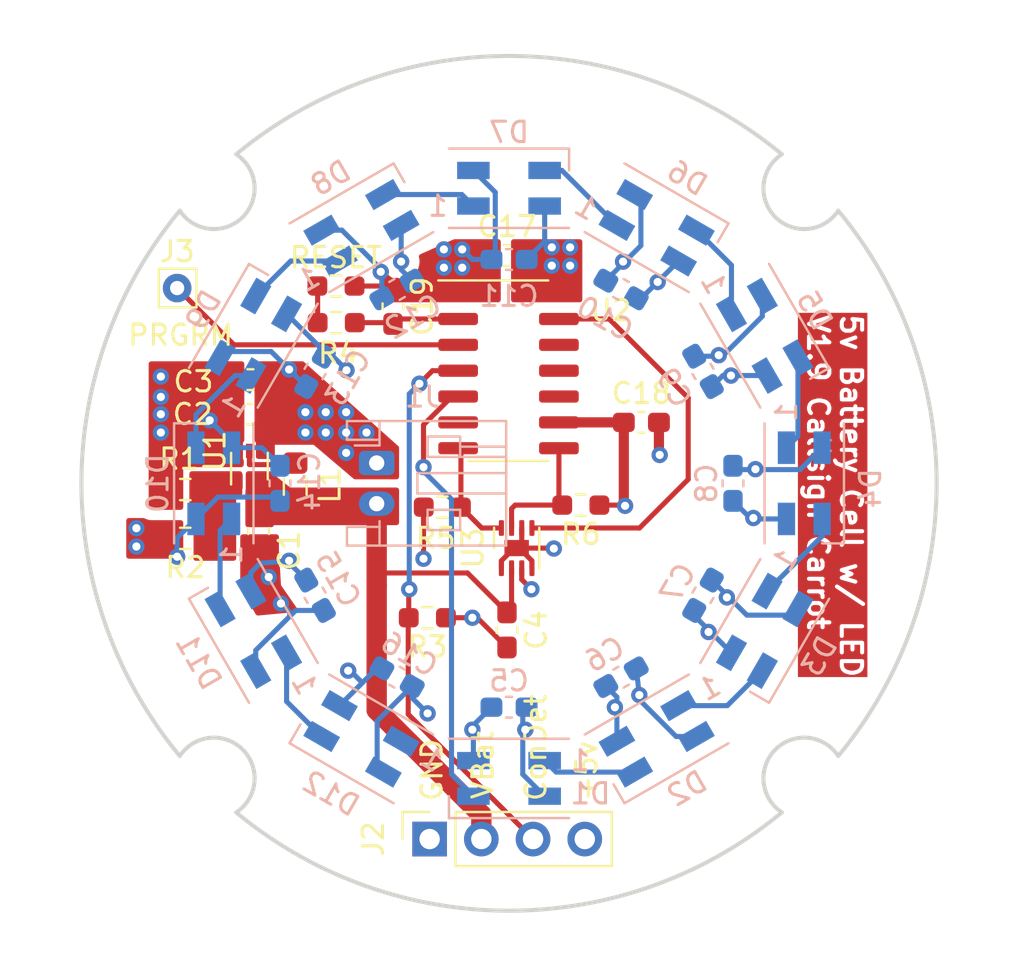
<source format=kicad_pcb>
(kicad_pcb (version 20221018) (generator pcbnew)
  (title_block (title "5v Battery Cell w/ Charge Indicator") (date "2023-03-16") (rev "V1.9") (company "Callsign_Carrot") (comment 1 "https://github.com/Callsign-Carrot/5v-Battery-Cell-w-Charge-Indicator"))
  (layers (0 "F.Cu" signal) (1 "In1.Cu" signal) (2 "In2.Cu" signal) (31 "B.Cu" signal) (34 "B.Paste" user) (35 "F.Paste" user) (36 "B.SilkS" user "B.Silkscreen") (37 "F.SilkS" user "F.Silkscreen") (38 "B.Mask" user) (39 "F.Mask" user) (44 "Edge.Cuts" user))
  (net 0 "")
  (net 1 "+5V")
  (net 2 "Vbat")
  (net 3 "GND")
  (net 4 "Net-(U1-FB)")
  (net 5 "Net-(U1-SW)")
  (net 6 "LEDControl")
  (net 7 "ConnectDetect")
  (net 8 "Net-(D1-DOUT)")
  (net 9 "Net-(D2-DOUT)")
  (net 10 "TopLeft")
  (net 11 "TopRight")
  (net 12 "Net-(D4-DOUT)")
  (net 13 "BottomRight")
  (net 14 "Net-(D5-DOUT)")
  (net 16 "ALRT")
  (net 17 "Net-(D7-DOUT)")
  (net 18 "Net-(D8-DOUT)")
  (net 19 "Net-(D10-DOUT)")
  (net 20 "Net-(D11-DOUT)")
  (net 21 "SDA")
  (net 22 "SCL")
  (net 23 "Net-(J3-Pin_1)")
  (net 24 "Net-(SW1A-B)")
  (net 25 "Reset")
  (footprint "Package_TO_SOT_SMD:SOT-563" (layer "F.Cu") (at 136.75 98.15 90)
    (fp_text reference "U1")
    (fp_text value "TPS61023")
  )
  (footprint "Resistor_SMD:R_0603_1608Metric_Pad0.98x0.95mm_HandSolder" (layer "F.Cu") (at 145.4875 105.6 180)
    (fp_text reference "R3")
    (fp_text value "10k")
  )
  (footprint "Capacitor_SMD:C_0603_1608Metric_Pad1.08x0.95mm_HandSolder" (layer "F.Cu") (at 136.7625 95.6)
    (fp_text reference "C2")
    (fp_text value "22 uF")
  )
  (footprint "Capacitor_SMD:C_0603_1608Metric_Pad1.08x0.95mm_HandSolder" (layer "F.Cu") (at 136.8 93.9)
    (fp_text reference "C3")
    (fp_text value "22 uF")
  )
  (footprint "Resistor_SMD:R_0603_1608Metric_Pad0.98x0.95mm_HandSolder" (layer "F.Cu") (at 141 89.3 180)
    (fp_text reference "RESET")
    (fp_text value "Reset pad")
  )
  (footprint "Connector_Pin:Pin_D0.7mm_L6.5mm_W1.8mm_FlatFork" (layer "F.Cu") (at 133.2 89.4 180)
    (fp_text reference "J3")
    (fp_text value "PRGRM")
  )
  (footprint "Capacitor_SMD:C_0603_1608Metric_Pad1.08x0.95mm_HandSolder" (layer "F.Cu") (at 149.4 106.2 -90)
    (fp_text reference "C4")
    (fp_text value "0.1 uF")
  )
  (footprint "Inductor_SMD:L_0805_2012Metric_Pad1.05x1.20mm_HandSolder" (layer "F.Cu") (at 139 99.15 90)
    (fp_text reference "L1")
    (fp_text value "1 uH")
  )
  (footprint "Capacitor_SMD:C_0603_1608Metric_Pad1.08x0.95mm_HandSolder" (layer "F.Cu") (at 156 96)
    (fp_text reference "C18")
    (fp_text value "0.1 uF")
  )
  (footprint "Package_SO:SOIC-14_3.9x8.7mm_P1.27mm" (layer "F.Cu") (at 149.475 93.46)
    (fp_text reference "U2")
    (fp_text value "AVR16DD14")
  )
  (footprint "Connector_PinSocket_2.54mm:PinSocket_1x04_P2.54mm_Vertical" (layer "F.Cu") (at 145.6 116.475 90)
    (fp_text reference "J2")
    (fp_text value "Conn_01x03_Pin")
  )
  (footprint "Resistor_SMD:R_0603_1608Metric_Pad0.98x0.95mm_HandSolder" (layer "F.Cu") (at 141.0125 91.1)
    (fp_text reference "R4")
    (fp_text value "330")
  )
  (footprint "Resistor_SMD:R_0603_1608Metric_Pad0.98x0.95mm_HandSolder" (layer "F.Cu") (at 133.6 99.3)
    (fp_text reference "R1")
    (fp_text value "732k")
  )
  (footprint "Package_DFN_QFN:TDFN-8-1EP_2x2mm_P0.5mm_EP0.8x1.2mm" (layer "F.Cu") (at 149.875 102.1775 90)
    (fp_text reference "U3")
    (fp_text value "MAX17048" hide)
  )
  (footprint "Capacitor_SMD:C_0603_1608Metric_Pad1.08x0.95mm_HandSolder" (layer "F.Cu") (at 149.4 87.8)
    (fp_text reference "C17")
    (fp_text value "0.1 uF")
  )
  (footprint "Resistor_SMD:R_0603_1608Metric_Pad0.98x0.95mm_HandSolder" (layer "F.Cu") (at 146.225 100.165)
    (fp_text reference "R5")
    (fp_text value "4.7k")
  )
  (footprint "Capacitor_SMD:C_0603_1608Metric_Pad1.08x0.95mm_HandSolder" (layer "F.Cu") (at 137.2 101.3375 -90)
    (fp_text reference "C1")
    (fp_text value "10 uF")
  )
  (footprint "Resistor_SMD:R_0603_1608Metric_Pad0.98x0.95mm_HandSolder" (layer "F.Cu") (at 133.6 101.7 180)
    (fp_text reference "R2")
    (fp_text value "100k")
  )
  (footprint "Capacitor_SMD:C_0603_1608Metric_Pad1.08x0.95mm_HandSolder" (layer "F.Cu") (at 143.8 90.3 -90)
    (fp_text reference "C19")
    (fp_text value "0.1 uF")
  )
  (footprint "Resistor_SMD:R_0603_1608Metric_Pad0.98x0.95mm_HandSolder" (layer "F.Cu") (at 153.025 100.065 180)
    (fp_text reference "R6")
    (fp_text value "4.7k" hide)
  )
  (footprint "LED_SMD:LED_SK6812MINI_PLCC4_3.5x3.5mm_P1.75mm" (layer "B.Cu") (at 162.057368 91.745 -60)
    (fp_text reference "D5")
    (fp_text value "SK6812MINI")
  )
  (footprint "Capacitor_SMD:C_0603_1608Metric_Pad1.08x0.95mm_HandSolder" (layer "B.Cu") (at 144 108.521279 -30)
    (fp_text reference "C16")
    (fp_text value "0.1 uF")
  )
  (footprint "LED_SMD:LED_SK6812MINI_PLCC4_3.5x3.5mm_P1.75mm" (layer "B.Cu") (at 135 98.995 90)
    (fp_text reference "D10")
    (fp_text value "SK6812MINI")
  )
  (footprint "LED_SMD:LED_SK6812MINI_PLCC4_3.5x3.5mm_P1.75mm" (layer "B.Cu") (at 142.25 111.552368 150)
    (fp_text reference "D12")
    (fp_text value "SK6812MINI")
  )
  (footprint "Capacitor_SMD:C_0603_1608Metric_Pad1.08x0.95mm_HandSolder" (layer "B.Cu") (at 149.5 87.995 180)
    (fp_text reference "C11")
    (fp_text value "0.1 uF")
  )
  (footprint "LED_SMD:LED_SK6812MINI_PLCC4_3.5x3.5mm_P1.75mm" (layer "B.Cu") (at 142.25 86.437632 30)
    (fp_text reference "D8")
    (fp_text value "SK6812MINI")
  )
  (footprint "LED_SMD:LED_SK6812MINI_PLCC4_3.5x3.5mm_P1.75mm" (layer "B.Cu") (at 149.5 113.495 180)
    (fp_text reference "D1")
    (fp_text value "SK6812MINI")
  )
  (footprint "Capacitor_SMD:C_0603_1608Metric_Pad1.08x0.95mm_HandSolder" (layer "B.Cu") (at 139.973721 93.495 -120)
    (fp_text reference "C13")
    (fp_text value "0.1 uF")
  )
  (footprint "Capacitor_SMD:C_0603_1608Metric_Pad1.08x0.95mm_HandSolder" (layer "B.Cu") (at 159.026279 93.495 120)
    (fp_text reference "C9")
    (fp_text value "0.1 uF")
  )
  (footprint "LED_SMD:LED_SK6812MINI_PLCC4_3.5x3.5mm_P1.75mm" (layer "B.Cu") (at 156.75 86.437632 -30)
    (fp_text reference "D6")
    (fp_text value "SK6812MINI")
  )
  (footprint "Connector_JST:JST_PH_S2B-PH-K_1x02_P2.00mm_Horizontal" (layer "B.Cu") (at 143 97.995 -90)
    (fp_text reference "J1")
    (fp_text value "Conn_01x02_Pin")
  )
  (footprint "Capacitor_SMD:C_0603_1608Metric_Pad1.08x0.95mm_HandSolder" (layer "B.Cu") (at 144 89.468721 -150)
    (fp_text reference "C12")
    (fp_text value "0.1 uF")
  )
  (footprint "LED_SMD:LED_SK6812MINI_PLCC4_3.5x3.5mm_P1.75mm" (layer "B.Cu") (at 164 98.995 -90)
    (fp_text reference "D4")
    (fp_text value "SK6812MINI")
  )
  (footprint "LED_SMD:LED_SK6812MINI_PLCC4_3.5x3.5mm_P1.75mm" (layer "B.Cu") (at 162.057368 106.245 -120)
    (fp_text reference "D3")
    (fp_text value "SK6812MINI")
  )
  (footprint "LED_SMD:LED_SK6812MINI_PLCC4_3.5x3.5mm_P1.75mm" (layer "B.Cu") (at 136.942632 106.245 120)
    (fp_text reference "D11")
    (fp_text value "SK6812MINI")
  )
  (footprint "Capacitor_SMD:C_0603_1608Metric_Pad1.08x0.95mm_HandSolder" (layer "B.Cu") (at 160.5 98.995 90)
    (fp_text reference "C8")
    (fp_text value "0.1 uF")
  )
  (footprint "Capacitor_SMD:C_0603_1608Metric_Pad1.08x0.95mm_HandSolder" (layer "B.Cu") (at 155 108.521279 30)
    (fp_text reference "C6")
    (fp_text value "0.1 uF")
  )
  (footprint "LED_SMD:LED_SK6812MINI_PLCC4_3.5x3.5mm_P1.75mm" (layer "B.Cu") (at 136.942632 91.745 60)
    (fp_text reference "D9")
    (fp_text value "SK6812MINI")
  )
  (footprint "Capacitor_SMD:C_0603_1608Metric_Pad1.08x0.95mm_HandSolder" (layer "B.Cu") (at 155 89.468721 150)
    (fp_text reference "C10")
    (fp_text value "0.1 uF")
  )
  (footprint "LED_SMD:LED_SK6812MINI_PLCC4_3.5x3.5mm_P1.75mm" (layer "B.Cu") (at 149.5 84.495)
    (fp_text reference "D7")
    (fp_text value "SK6812MINI")
  )
  (footprint "Capacitor_SMD:C_0603_1608Metric_Pad1.08x0.95mm_HandSolder" (layer "B.Cu") (at 139.973721 104.495 -60)
    (fp_text reference "C15")
    (fp_text value "0.1 uF")
  )
  (footprint "LED_SMD:LED_SK6812MINI_PLCC4_3.5x3.5mm_P1.75mm" (layer "B.Cu") (at 156.75 111.552368 -150)
    (fp_text reference "D2")
    (fp_text value "SK6812MINI")
  )
  (footprint "Capacitor_SMD:C_0603_1608Metric_Pad1.08x0.95mm_HandSolder" (layer "B.Cu") (at 159.026279 104.495 60)
    (fp_text reference "C7")
    (fp_text value "0.1 uF")
  )
  (footprint "Capacitor_SMD:C_0603_1608Metric_Pad1.08x0.95mm_HandSolder" (layer "B.Cu") (at 149.5 109.995)
    (fp_text reference "C5")
    (fp_text value "0.1 uF")
  )
  (footprint "Capacitor_SMD:C_0603_1608Metric_Pad1.08x0.95mm_HandSolder" (layer "B.Cu") (at 138.25 98.995 -90)
    (fp_text reference "C14")
    (fp_text value "0.1 uF")
  )
  (gr_arc (start 162.900173 115.163963) (mid 149.5 119.995) (end 136.099827 115.163963) (stroke (width 0.2)) (layer "Edge.Cuts"))
  (gr_arc (start 165.668963 85.594827) (mid 162.581476 85.913524) (end 162.900173 82.826037) (stroke (width 0.2)) (layer "Edge.Cuts"))
  (gr_arc (start 133.331037 112.395173) (mid 136.418525 112.076475) (end 136.099827 115.163963) (stroke (width 0.2)) (layer "Edge.Cuts"))
  (gr_arc (start 162.900173 115.163963) (mid 162.581488 112.076488) (end 165.668963 112.395173) (stroke (width 0.2)) (layer "Edge.Cuts"))
  (gr_arc (start 136.099827 82.826037) (mid 136.418525 85.913525) (end 133.331037 85.594827) (stroke (width 0.2)) (layer "Edge.Cuts"))
  (gr_arc (start 165.668963 85.594827) (mid 170.5 98.995) (end 165.668963 112.395173) (stroke (width 0.2)) (layer "Edge.Cuts"))
  (gr_arc (start 133.331037 112.395173) (mid 128.5 98.995) (end 133.331037 85.594827) (stroke (width 0.2)) (layer "Edge.Cuts"))
  (gr_arc (start 136.099827 82.826037) (mid 149.5 77.995) (end 162.900173 82.826037) (stroke (width 0.2)) (layer "Edge.Cuts"))
  (gr_text "5v Battery Cell w/ LED\nV1.9 Callsign Carrot" (at 164.1 90.6 270) (layer "F.Cu" knockout) (effects (font (size 1 1) (thickness 0.2) bold) (justify left bottom)))
  (gr_text "VBat" (at 148.8 114.6 90) (layer "F.SilkS") (effects (font (size 1 1)) (justify left bottom)))
  (gr_text "GND" (at 146.3 114.7 90) (layer "F.SilkS") (effects (font (size 1 1)) (justify left bottom)))
  (gr_text "PRGRM" (at 130.7 92.3) (layer "F.SilkS") (effects (font (size 1 1)) (justify left bottom)))
  (gr_text "ConDet" (at 151.4 114.7 90) (layer "F.SilkS") (effects (font (size 1 1)) (justify left bottom)))
  (gr_text "+5v" (at 153.9 114.7 90) (layer "F.SilkS") (effects (font (size 1 1)) (justify left bottom)))
  (segment (start 155.165 100.065) (end 155.2 100.1) (width 0.25) (layer "F.Cu") (net 1))
  (segment (start 151.95 96) (end 155.1375 96) (width 0.5) (layer "F.Cu") (net 1))
  (segment (start 145.3 102.7) (end 145.3 100.1775) (width 0.25) (layer "F.Cu") (net 1))
  (segment (start 155.1375 96) (end 155.1375 100.0375) (width 0.5) (layer "F.Cu") (net 1))
  (segment (start 150.6 104.2) (end 150.125 103.725) (width 0.25) (layer "F.Cu") (net 1))
  (segment (start 153.9375 100.065) (end 155.165 100.065) (width 0.25) (layer "F.Cu") (net 1))
  (segment (start 150.125 103.725) (end 150.125 103.165) (width 0.25) (layer "F.Cu") (net 1))
  (segment (start 155.1375 100.0375) (end 155.2 100.1) (width 0.5) (layer "F.Cu") (net 1))
  (via (at 132.4 93.75) (size 0.8) (drill 0.4) (layers "F.Cu" "B.Cu") (net 1))
  (via (at 159.3 106.3) (size 0.8) (drill 0.4) (layers "F.Cu" "B.Cu") (net 1))
  (via (at 160.4 93.7) (size 0.8) (drill 0.4) (layers "F.Cu" "B.Cu") (net 1))
  (via (at 152.5 87.4) (size 0.8) (drill 0.4) (layers "F.Cu" "B.Cu") (net 1))
  (via (at 132.4 96.5) (size 0.8) (drill 0.4) (layers "F.Cu" "B.Cu") (net 1))
  (via (at 151.6 88.3) (size 0.8) (drill 0.4) (layers "F.Cu" "B.Cu") (net 1))
  (via (at 132.4 94.75) (size 0.8) (drill 0.4) (layers "F.Cu" "B.Cu") (net 1))
  (via (at 155.2 100.1) (size 0.8) (drill 0.4) (layers "F.Cu" "B.Cu") (net 1))
  (via (at 134.8 95.9) (size 0.8) (drill 0.4) (layers "F.Cu" "B.Cu") (net 1))
  (via (at 150.6 104.2) (size 0.8) (drill 0.4) (layers "F.Cu" "B.Cu") (net 1))
  (via (at 147.7 111.1) (size 0.8) (drill 0.4) (layers "F.Cu" "B.Cu") (net 1))
  (via (at 145.3 102.7) (size 0.8) (drill 0.4) (layers "F.Cu" "B.Cu") (net 1))
  (via (at 144.2 88.1) (size 0.8) (drill 0.4) (layers "F.Cu" "B.Cu") (net 1))
  (via (at 138.7 102.8) (size 0.8) (drill 0.4) (layers "F.Cu" "B.Cu") (net 1))
  (via (at 156.8 89.1) (size 0.8) (drill 0.4) (layers "F.Cu" "B.Cu") (net 1))
  (via (at 154.7 110) (size 0.8) (drill 0.4) (layers "F.Cu" "B.Cu") (net 1))
  (via (at 132.4 95.6) (size 0.8) (drill 0.4) (layers "F.Cu" "B.Cu") (net 1))
  (via (at 141.6 108.2) (size 0.8) (drill 0.4) (layers "F.Cu" "B.Cu") (net 1))
  (via (at 152.5 88.3) (size 0.8) (drill 0.4) (layers "F.Cu" "B.Cu") (net 1))
  (via (at 141.519829 93.437316) (size 0.8) (drill 0.4) (layers "F.Cu" "B.Cu") (net 1))
  (via (at 151.6 87.4) (size 0.8) (drill 0.4) (layers "F.Cu" "B.Cu") (net 1))
  (via (at 161.5 100.7) (size 0.8) (drill 0.4) (layers "F.Cu" "B.Cu") (net 1))
  (segment (start 147.75 111.15) (end 147.75 112.62) (width 0.25) (layer "B.Cu") (net 1))
  (segment (start 138.719418 102.925) (end 138.7 102.8) (width 0.25) (layer "B.Cu") (net 1))
  (segment (start 142.295776 108.795776) (end 141.171956 109.919596) (width 0.25) (layer "B.Cu") (net 1))
  (segment (start 156.8 89.098448) (end 157.828044 88.070404) (width 0.25) (layer "B.Cu") (net 1))
  (segment (start 144.746947 89.037471) (end 144.203044 88.493568) (width 0.25) (layer "B.Cu") (net 1))
  (segment (start 161.5 100.7) (end 161.455 100.745) (width 0.25) (layer "B.Cu") (net 1))
  (segment (start 137.275 102.925) (end 136.825404 103.374596) (width 0.25) (layer "B.Cu") (net 1))
  (segment (start 144.2 88.1) (end 144.203044 88.096956) (width 0.25) (layer "B.Cu") (net 1))
  (segment (start 147.75 110.8825) (end 147.75 111.05) (width 0.25) (layer "B.Cu") (net 1))
  (segment (start 140.848053 92.748053) (end 141.5 93.4) (width 0.25) (layer "B.Cu") (net 1))
  (segment (start 160.398044 93.698044) (end 160.4 93.7) (width 0.25) (layer "B.Cu") (net 1))
  (segment (start 144.203044 88.096956) (end 144.203044 86.320404) (width 0.25) (layer "B.Cu") (net 1))
  (segment (start 159.3 106.198448) (end 159.3 106.3) (width 0.25) (layer "B.Cu") (net 1))
  (segment (start 151.6 87.4) (end 151.5425 87.4) (width 0.25) (layer "B.Cu") (net 1))
  (segment (start 160.001432 93.698044) (end 160.398044 93.698044) (width 0.25) (layer "B.Cu") (net 1))
  (segment (start 161.455 100.745) (end 161.3875 100.745) (width 0.25) (layer "B.Cu") (net 1))
  (segment (start 161.3875 100.745) (end 160.5 99.8575) (width 0.25) (layer "B.Cu") (net 1))
  (segment (start 154.796956 109.496432) (end 154.796956 109.903044) (width 0.25) (layer "B.Cu") (net 1))
  (segment (start 154.253053 108.952529) (end 154.796956 109.496432) (width 0.25) (layer "B.Cu") (net 1))
  (segment (start 159.3 106.3) (end 159.401552 106.3) (width 0.25) (layer "B.Cu") (net 1))
  (segment (start 137.3625 97.245) (end 135.875 97.245) (width 0.25) (layer "B.Cu") (net 1))
  (segment (start 155.998477 89.899971) (end 156.798448 89.1) (width 0.25) (layer "B.Cu") (net 1))
  (segment (start 135.875 96.975) (end 134.8 95.9) (width 0.25) (layer "B.Cu") (net 1))
  (segment (start 147.7 111.1) (end 147.75 111.15) (width 0.25) (layer "B.Cu") (net 1))
  (segment (start 138.25 98.1325) (end 137.3625 97.245) (width 0.25) (layer "B.Cu") (net 1))
  (segment (start 139.542471 103.748053) (end 138.719418 102.925) (width 0.25) (layer "B.Cu") (net 1))
  (segment (start 150.3625 87.995) (end 151.25 87.1075) (width 0.25) (layer "B.Cu") (net 1))
  (segment (start 144.203044 88.493568) (end 144.203044 88.103044) (width 0.25) (layer "B.Cu") (net 1))
  (segment (start 154.796956 109.903044) (end 154.7 110) (width 0.25) (layer "B.Cu") (net 1))
  (segment (start 151.5425 87.4) (end 151.25 87.1075) (width 0.25) (layer "B.Cu") (net 1))
  (segment (start 138.7 102.8) (end 137.275 102.925) (width 0.25) (layer "B.Cu") (net 1))
  (segment (start 156.8 89.1) (end 156.8 89.098448) (width 0.25) (layer "B.Cu") (net 1))
  (segment (start 154.7 110) (end 154.796956 110.096956) (width 0.25) (layer "B.Cu") (net 1))
  (segment (start 160.401956 93.698044) (end 162.174596 93.698044) (width 0.25) (layer "B.Cu") (net 1))
  (segment (start 159.401552 106.3) (end 160.424596 107.323044) (width 0.25) (layer "B.Cu") (net 1))
  (segment (start 147.75 111.05) (end 147.7 111.1) (width 0.25) (layer "B.Cu") (net 1))
  (segment (start 159.457529 94.241947) (end 160.001432 93.698044) (width 0.25) (layer "B.Cu") (net 1))
  (segment (start 141.7 108.2) (end 141.6 108.2) (width 0.25) (layer "B.Cu") (net 1))
  (segment (start 161.545 100.745) (end 161.5 100.7) (width 0.25) (layer "B.Cu") (net 1))
  (segment (start 160.4 93.7) (end 160.401956 93.698044) (width 0.25) (layer "B.Cu") (net 1))
  (segment (start 140.404971 92.748053) (end 140.848053 92.748053) (width 0.25) (layer "B.Cu") (net 1))
  (segment (start 151.25 87.1075) (end 151.25 85.37) (width 0.25) (layer "B.Cu") (net 1))
  (segment (start 140.404971 92.496523) (end 138.575404 90.666956) (width 0.25) (layer "B.Cu") (net 1))
  (segment (start 158.595029 105.493477) (end 159.3 106.198448) (width 0.25) (layer "B.Cu") (net 1))
  (segment (start 154.796956 110.096956) (end 154.796956 111.669596) (width 0.25) (layer "B.Cu") (net 1))
  (segment (start 156.798448 89.1) (end 156.8 89.1) (width 0.25) (layer "B.Cu") (net 1))
  (segment (start 144.203044 88.103044) (end 144.2 88.1) (width 0.25) (layer "B.Cu") (net 1))
  (segment (start 136.825404 103.374596) (end 136.825404 104.291956) (width 0.25) (layer "B.Cu") (net 1))
  (segment (start 148.6375 109.995) (end 147.75 110.8825) (width 0.25) (layer "B.Cu") (net 1))
  (segment (start 143.001523 108.090029) (end 142.295776 108.795776) (width 0.25) (layer "B.Cu") (net 1))
  (segment (start 163.125 100.745) (end 161.545 100.745) (width 0.25) (layer "B.Cu") (net 1))
  (segment (start 142.295776 108.795776) (end 141.7 108.2) (width 0.25) (layer "B.Cu") (net 1))
  (segment (start 149.625 103.165) (end 149.625 105.1125) (width 0.25) (layer "F.Cu") (net 2))
  (segment (start 143.1 103.4) (end 147.4625 103.4) (width 0.25) (layer "F.Cu") (net 2))
  (segment (start 143 104) (end 143 103.5) (width 0.25) (layer "F.Cu") (net 2))
  (segment (start 143 104) (end 143 110.132919) (width 1) (layer "F.Cu") (net 2))
  (segment (start 143 110.132919) (end 148.14 115.272919) (width 1) (layer "F.Cu") (net 2))
  (segment (start 147.4625 103.4) (end 149.4 105.3375) (width 0.25) (layer "F.Cu") (net 2))
  (segment (start 143 99.995) (end 143 104) (width 1) (layer "F.Cu") (net 2))
  (segment (start 148.14 115.272919) (end 148.14 116.475) (width 1) (layer "F.Cu") (net 2))
  (segment (start 143 103.5) (end 143.1 103.4) (width 0.25) (layer "F.Cu") (net 2))
  (segment (start 147.9375 105.6) (end 149.4 107.0625) (width 0.25) (layer "F.Cu") (net 3))
  (segment (start 150.125 101.19) (end 150.125 101.9275) (width 0.25) (layer "F.Cu") (net 3))
  (segment (start 149.125 102.800203) (end 149.747703 102.1775) (width 0.25) (layer "F.Cu") (net 3))
  (segment (start 146.4 105.6) (end 147.7 105.6) (width 0.25) (layer "F.Cu") (net 3))
  (segment (start 150.625 102.800203) (end 150.002297 102.1775) (width 0.25) (layer "F.Cu") (net 3))
  (segment (start 151.6775 102.1775) (end 151.7 102.2) (width 0.25) (layer "F.Cu") (net 3))
  (segment (start 150.125 101.9275) (end 149.875 102.1775) (width 0.25) (layer "F.Cu") (net 3))
  (segment (start 149.747703 102.1775) (end 149.875 102.1775) (width 0.25) (layer "F.Cu") (net 3))
  (segment (start 150.002297 102.1775) (end 149.875 102.1775) (width 0.25) (layer "F.Cu") (net 3))
  (segment (start 149.875 102.1775) (end 151.6775 102.1775) (width 0.25) (layer "F.Cu") (net 3))
  (segment (start 147.7 105.6) (end 147.9375 105.6) (width 0.25) (layer "F.Cu") (net 3))
  (segment (start 156.8625 96) (end 156.8625 97.5625) (width 0.5) (layer "F.Cu") (net 3))
  (segment (start 156.8625 97.5625) (end 156.9 97.6) (width 0.25) (layer "F.Cu") (net 3))
  (segment (start 141.9125 89.3) (end 143.6625 89.3) (width 0.25) (layer "F.Cu") (net 3))
  (segment (start 150.625 103.165) (end 150.625 102.800203) (width 0.25) (layer "F.Cu") (net 3))
  (segment (start 149.125 103.165) (end 149.125 102.800203) (width 0.25) (layer "F.Cu") (net 3))
  (via (at 155.1 88.1) (size 0.8) (drill 0.4) (layers "F.Cu" "B.Cu") (net 3))
  (via (at 131.2 101.2) (size 0.8) (drill 0.4) (layers "F.Cu" "B.Cu") (net 3))
  (via (at 133.2 102.6) (size 0.8) (drill 0.4) (layers "F.Cu" "B.Cu") (net 3))
  (via (at 143.2 88.6) (size 0.8) (drill 0.4) (layers "F.Cu" "B.Cu") (net 3))
  (via (at 151.7 102.2) (size 0.8) (drill 0.4) (layers "F.Cu" "B.Cu") (net 3))
  (via (at 140.5 96.5) (size 0.8) (drill 0.4) (layers "F.Cu" "B.Cu") (net 3))
  (via (at 137.7 103.6) (size 0.8) (drill 0.4) (layers "F.Cu" "B.Cu") (net 3))
  (via (at 141.5 95.5) (size 0.8) (drill 0.4) (layers "F.Cu" "B.Cu") (net 3))
  (via (at 150.3 111.1) (size 0.8) (drill 0.4) (layers "F.Cu" "B.Cu") (net 3))
  (via (at 138.3 104.9) (size 0.8) (drill 0.4) (layers "F.Cu" "B.Cu") (net 3))
  (via (at 131.2 102.1) (size 0.8) (drill 0.4) (layers "F.Cu" "B.Cu") (net 3))
  (via (at 160.2 104.6) (size 0.8) (drill 0.4) (layers "F.Cu" "B.Cu") (net 3))
  (via (at 147.2 87.5) (size 0.8) (drill 0.4) (layers "F.Cu" "B.Cu") (net 3))
  (via (at 142.5 96.5) (size 0.8) (drill 0.4) (layers "F.Cu" "B.Cu") (net 3))
  (via (at 138.7 93.4) (size 0.8) (drill 0.4) (layers "F.Cu" "B.Cu") (net 3))
  (via (at 146.3 87.5) (size 0.8) (drill 0.4) (layers "F.Cu" "B.Cu") (net 3))
  (via (at 139.5 95.5) (size 0.8) (drill 0.4) (layers "F.Cu" "B.Cu") (net 3))
  (via (at 155.9 109.4) (size 0.8) (drill 0.4) (layers "F.Cu" "B.Cu") (net 3))
  (via (at 146.3 88.4) (size 0.8) (drill 0.4) (layers "F.Cu" "B.Cu") (net 3))
  (via (at 159.8 92.7) (size 0.8) (drill 0.4) (layers "F.Cu" "B.Cu") (net 3))
  (via (at 141.5 96.5) (size 0.8) (drill 0.4) (layers "F.Cu" "B.Cu") (net 3))
  (via (at 140.5 95.5) (size 0.8) (drill 0.4) (layers "F.Cu" "B.Cu") (net 3))
  (via (at 147.2 88.4) (size 0.8) (drill 0.4) (layers "F.Cu" "B.Cu") (net 3))
  (via (at 156.9 97.6) (size 0.8) (drill 0.4) (layers "F.Cu" "B.Cu") (net 3))
  (via (at 139.5 96.5) (size 0.8) (drill 0.4) (layers "F.Cu" "B.Cu") (net 3))
  (via (at 161.6 98.3) (size 0.8) (drill 0.4) (layers "F.Cu" "B.Cu") (net 3))
  (via (at 141.5 97.5) (size 0.8) (drill 0.4) (layers "F.Cu" "B.Cu") (net 3))
  (via (at 147.7 105.6) (size 0.8) (drill 0.4) (layers "F.Cu" "B.Cu") (net 3))
  (via (at 145.5 110.3) (size 0.8) (drill 0.4) (layers "F.Cu" "B.Cu") (net 3))
  (segment (start 154.253053 89.037471) (end 155.1 88.190524) (width 0.25) (layer "B.Cu") (net 3))
  (segment (start 133.2 101.67) (end 134.125 100.745) (width 0.25) (layer "B.Cu") (net 3))
  (segment (start 160.309476 104.6) (end 161.181752 105.472276) (width 0.25) (layer "B.Cu") (net 3))
  (segment (start 143.022724 110.676752) (end 143.022724 112.87982) (width 0.25) (layer "B.Cu") (net 3))
  (segment (start 143.253053 88.546947) (end 143.253053 88.514212) (width 0.25) (layer "B.Cu") (net 3))
  (segment (start 137.05986 107.201299) (end 137.05986 108.198044) (width 0.25) (layer "B.Cu") (net 3))
  (segment (start 140.404971 105.241947) (end 139.019212 105.241947) (width 0.25) (layer "B.Cu") (net 3))
  (segment (start 150.175 113.295) (end 151.25 114.37) (width 0.25) (layer "B.Cu") (net 3))
  (segment (start 160.6875 98.32) (end 161.58 98.32) (width 0.25) (layer "B.Cu") (net 3))
  (segment (start 159.457529 103.748053) (end 160.2 104.490524) (width 0.25) (layer "B.Cu") (net 3))
  (segment (start 159.8 92.7) (end 159.848053 92.748053) (width 0.25) (layer "B.Cu") (net 3))
  (segment (start 144.746947 108.952529) (end 144.746947 109.546947) (width 0.25) (layer "B.Cu") (net 3))
  (segment (start 159.751947 92.748053) (end 159.8 92.7) (width 0.25) (layer "B.Cu") (net 3))
  (segment (start 147.695 87.995) (end 147.2 87.5) (width 0.25) (layer "B.Cu") (net 3))
  (segment (start 139.542471 94.241947) (end 138.700524 93.4) (width 0.25) (layer "B.Cu") (net 3))
  (segment (start 155.1 88.1) (end 155.190524 88.1) (width 0.25) (layer "B.Cu") (net 3))
  (segment (start 138.7 93.4) (end 138.7 93.399476) (width 0.25) (layer "B.Cu") (net 3))
  (segment (start 157.706299 111.43514) (end 158.703044 111.43514) (width 0.25) (layer "B.Cu") (net 3))
  (segment (start 155.746947 108.090029) (end 155.9 109.4) (width 0.25) (layer "B.Cu") (net 3))
  (segment (start 161.181752 105.472276) (end 163.38482 105.472276) (width 0.25) (layer "B.Cu") (net 3))
  (segment (start 138.3 104.9) (end 138.730579 105.330579) (width 0.25) (layer "B.Cu") (net 3))
  (segment (start 143.253053 88.653053) (end 143.2 88.6) (width 0.25) (layer "B.Cu") (net 3))
  (segment (start 148.825 84.695) (end 147.75 83.62) (width 0.25) (layer "B.Cu") (net 3))
  (segment (start 161.62 98.32) (end 163.8 98.32) (width 0.25) (layer "B.Cu") (net 3))
  (segment (start 155.9 109.4) (end 155.746947 109.475788) (width 0.25) (layer "B.Cu") (net 3))
  (segment (start 150.175 110.1825) (end 150.175 110.975) (width 0.25) (layer "B.Cu") (net 3))
  (segment (start 155.1 88.190524) (end 155.1 88.1) (width 0.25) (layer "B.Cu") (net 3))
  (segment (start 150.3 111.1) (end 150.175 111.225) (width 0.25) (layer "B.Cu") (net 3))
  (segment (start 158.595029 92.748053) (end 159.751947 92.748053) (width 0.25) (layer "B.Cu") (net 3))
  (segment (start 138.7 93.399476) (end 137.818248 92.517724) (width 0.25) (layer "B.Cu") (net 3))
  (segment (start 159.980788 92.748053) (end 161.94014 90.788701) (width 0.25) (layer "B.Cu") (net 3))
  (segment (start 148.6375 87.995) (end 147.695 87.995) (width 0.25) (layer "B.Cu") (net 3))
  (segment (start 160.2 104.6) (end 160.309476 104.6) (width 0.25) (layer "B.Cu") (net 3))
  (segment (start 138.730579 105.530579) (end 137.05986 107.201299) (width 0.25) (layer "B.Cu") (net 3))
  (segment (start 160.2 104.490524) (end 160.2 104.6) (width 0.25) (layer "B.Cu") (net 3))
  (segment (start 150.175 110.975) (end 150.3 111.1) (width 0.25) (layer "B.Cu") (net 3))
  (segment (start 139.019212 105.241947) (end 138.730579 105.530579) (width 0.25) (layer "B.Cu") (net 3))
  (segment (start 144.746947 109.546947) (end 145.5 110.3) (width 0.25) (layer "B.Cu") (net 3))
  (segment (start 148.825 87.8075) (end 148.825 84.695) (width 0.25) (layer "B.Cu") (net 3))
  (segment (start 161.58 98.32) (end 161.6 98.3) (width 0.25) (layer "B.Cu") (net 3))
  (segment (start 143.2 88.6) (end 143.253053 88.546947) (width 0.25) (layer "B.Cu") (net 3))
  (segment (start 138.0625 99.67) (end 135.2 99.67) (width 0.25) (layer "B.Cu") (net 3))
  (segment (start 155.746947 109.475788) (end 157.706299 111.43514) (width 0.25) (layer "B.Cu") (net 3))
  (segment (start 150.175 111.225) (end 150.175 113.295) (width 0.25) (layer "B.Cu") (net 3))
  (segment (start 161.94014 90.788701) (end 161.94014 89.791956) (width 0.25) (layer "B.Cu") (net 3))
  (segment (start 137.818248 92.517724) (end 135.61518 92.517724) (width 0.25) (layer "B.Cu") (net 3))
  (segment (start 143.253053 88.514212) (end 141.293701 86.55486) (width 0.25) (layer "B.Cu") (net 3))
  (segment (start 138.730579 105.330579) (end 138.730579 105.530579) (width 0.25) (layer "B.Cu") (net 3))
  (segment (start 161.6 98.3) (end 161.62 98.32) (width 0.25) (layer "B.Cu") (net 3))
  (segment (start 159.848053 92.748053) (end 159.980788 92.748053) (width 0.25) (layer "B.Cu") (net 3))
  (segment (start 138.700524 93.4) (end 138.7 93.4) (width 0.25) (layer "B.Cu") (net 3))
  (segment (start 144.746947 108.952529) (end 143.022724 110.676752) (width 0.25) (layer "B.Cu") (net 3))
  (segment (start 141.293701 86.55486) (end 140.296956 86.55486) (width 0.25) (layer "B.Cu") (net 3))
  (segment (start 163.8 98.32) (end 164.875 97.245) (width 0.25) (layer "B.Cu") (net 3))
  (segment (start 133.2 102.6) (end 133.2 101.67) (width 0.25) (layer "B.Cu") (net 3))
  (segment (start 155.190524 88.1) (end 155.977276 87.313248) (width 0.25) (layer "B.Cu") (net 3))
  (segment (start 143.253053 89.899971) (end 143.253053 88.653053) (width 0.25) (layer "B.Cu") (net 3))
  (segment (start 155.977276 87.313248) (end 155.977276 85.11018) (width 0.25) (layer "B.Cu") (net 3))
  (segment (start 135.2 99.67) (end 134.125 100.745) (width 0.25) (layer "B.Cu") (net 3))
  (segment (start 136.75 98.07) (end 136.75 97.4) (width 0.25) (layer "F.Cu") (net 5))
  (segment (start 138.925 98.075) (end 136.755 98.075) (width 0.25) (layer "F.Cu") (net 5))
  (segment (start 136.755 98.075) (end 136.75 98.07) (width 0.25) (layer "F.Cu") (net 5))
  (segment (start 145.3 98.2) (end 145.3 96.123959) (width 0.25) (layer "F.Cu") (net 6))
  (segment (start 145.3 96.123959) (end 146.693959 94.73) (width 0.25) (layer "F.Cu") (net 6))
  (via (at 145.3 98.2) (size 0.8) (drill 0.4) (layers "F.Cu" "B.Cu") (net 6))
  (segment (start 145.3 98.4) (end 145.3 98.2) (width 0.25) (layer "B.Cu") (net 6))
  (segment (start 147.75 114.37) (end 146.675 113.295) (width 0.25) (layer "B.Cu") (net 6))
  (segment (start 146.675 113.295) (end 146.675 99.775) (width 0.25) (layer "B.Cu") (net 6))
  (segment (start 145.3 98.4) (end 146.675 99.775) (width 0.25) (layer "B.Cu") (net 6))
  (segment (start 144.575 104.225) (end 144.6 104.2) (width 0.25) (layer "F.Cu") (net 7))
  (segment (start 150.68 116.475) (end 144.55 110.345) (width 0.25) (layer "F.Cu") (net 7))
  (segment (start 145.1 94.1) (end 145.74 93.46) (width 0.25) (layer "F.Cu") (net 7))
  (segment (start 145.74 93.46) (end 147 93.46) (width 0.25) (layer "F.Cu") (net 7))
  (segment (start 144.55 110.345) (end 144.55 105.625) (width 0.25) (layer "F.Cu") (net 7))
  (segment (start 144.575 105.6) (end 144.575 104.225) (width 0.25) (layer "F.Cu") (net 7))
  (via (at 144.6 104.2) (size 0.8) (drill 0.4) (layers "F.Cu" "B.Cu") (net 7))
  (via (at 145.1 94.1) (size 0.8) (drill 0.4) (layers "F.Cu" "B.Cu") (net 7))
  (segment (start 144.6 104.2) (end 144.6 94.6) (width 0.25) (layer "B.Cu") (net 7))
  (segment (start 144.6 94.6) (end 145.1 94.1) (width 0.25) (layer "B.Cu") (net 7))
  (segment (start 151.25 112.62) (end 151.81514 113.18514) (width 0.25) (layer "B.Cu") (net 8))
  (segment (start 151.81514 113.18514) (end 155.671956 113.18514) (width 0.25) (layer "B.Cu") (net 8))
  (segment (start 160.218588 109.919596) (end 161.94014 108.198044) (width 0.25) (layer "B.Cu") (net 9))
  (segment (start 157.828044 109.919596) (end 160.218588 109.919596) (width 0.25) (layer "B.Cu") (net 9))
  (segment (start 162.174596 104.291956) (end 164.875 101.591552) (width 0.25) (layer "B.Cu") (net 10))
  (segment (start 164.875 101.591552) (end 164.875 100.745) (width 0.25) (layer "B.Cu") (net 10))
  (segment (start 154.796956 86.320404) (end 152.096552 83.62) (width 0.25) (layer "B.Cu") (net 11))
  (segment (start 152.096552 83.62) (end 151.25 83.62) (width 0.25) (layer "B.Cu") (net 11))
  (segment (start 163.69014 96.67986) (end 163.69014 92.823044) (width 0.25) (layer "B.Cu") (net 12))
  (segment (start 163.125 97.245) (end 163.69014 96.67986) (width 0.25) (layer "B.Cu") (net 12))
  (segment (start 136.047361 93.698044) (end 134.125 95.620405) (width 0.25) (layer "B.Cu") (net 13))
  (segment (start 136.825404 93.698044) (end 136.047361 93.698044) (width 0.25) (layer "B.Cu") (net 13))
  (segment (start 134.125 95.620405) (end 134.125 97.245) (width 0.25) (layer "B.Cu") (net 13))
  (segment (start 160.424596 88.276412) (end 158.703044 86.55486) (width 0.25) (layer "B.Cu") (net 14))
  (segment (start 160.424596 90.666956) (end 160.424596 88.276412) (width 0.25) (layer "B.Cu") (net 14))
  (segment (start 158.3 98.8) (end 158.3 94.8) (width 0.25) (layer "F.Cu") (net 16))
  (segment (start 154.42 90.92) (end 151.95 90.92) (width 0.25) (layer "F.Cu") (net 16))
  (segment (start 158.3 94.8) (end 154.42 90.92) (width 0.25) (layer "F.Cu") (net 16))
  (segment (start 150.625 101.19) (end 155.91 101.19) (width 0.25) (layer "F.Cu") (net 16))
  (segment (start 155.91 101.19) (end 158.3 98.8) (width 0.25) (layer "F.Cu") (net 16))
  (segment (start 147.18486 84.80486) (end 143.328044 84.80486) (width 0.25) (layer "B.Cu") (net 17))
  (segment (start 147.75 85.37) (end 147.18486 84.80486) (width 0.25) (layer "B.Cu") (net 17))
  (segment (start 141.171956 88.070404) (end 138.781412 88.070404) (width 0.25) (layer "B.Cu") (net 18))
  (segment (start 138.781412 88.070404) (end 137.05986 89.791956) (width 0.25) (layer "B.Cu") (net 18))
  (segment (start 135.875 100.745) (end 135.30986 101.31014) (width 0.25) (layer "B.Cu") (net 19))
  (segment (start 135.30986 101.31014) (end 135.30986 105.166956) (width 0.25) (layer "B.Cu") (net 19))
  (segment (start 138.575404 107.323044) (end 138.575404 109.713588) (width 0.25) (layer "B.Cu") (net 20))
  (segment (start 138.575404 109.713588) (end 140.296956 111.43514) (width 0.25) (layer "B.Cu") (net 20))
  (segment (start 147.1375 100.165) (end 147.1375 97.4075) (width 0.25) (layer "F.Cu") (net 21))
  (segment (start 149.125 101.19) (end 148.1625 101.19) (width 0.25) (layer "F.Cu") (net 21))
  (segment (start 148.1625 101.19) (end 147.1375 100.165) (width 0.25) (layer "F.Cu") (net 21))
  (segment (start 149.625 101.19) (end 149.625 100.24) (width 0.25) (layer "F.Cu") (net 22))
  (segment (start 151.95 97.27) (end 151.95 99.9025) (width 0.25) (layer "F.Cu") (net 22))
  (segment (start 149.8 100.065) (end 152.1125 100.065) (width 0.25) (layer "F.Cu") (net 22))
  (segment (start 149.625 100.24) (end 149.8 100.065) (width 0.25) (layer "F.Cu") (net 22))
  (segment (start 133.2 89.4) (end 135.99 92.19) (width 0.25) (layer "F.Cu") (net 23))
  (segment (start 135.99 92.19) (end 147 92.19) (width 0.25) (layer "F.Cu") (net 23))
  (segment (start 140.1 91.1) (end 140.1 89.3125) (width 0.25) (layer "F.Cu") (net 24))
  (segment (start 141.925 91.1) (end 143.7375 91.1) (width 0.25) (layer "F.Cu") (net 25))
  (segment (start 147 90.92) (end 143.8425 90.92) (width 0.25) (layer "F.Cu") (net 25))
  (zone (net 3) (net_name "GND") (layer "F.Cu") (priority 5) (connect_pads yes (clearance 0.5)) (min_thickness 0.25) (fill yes (thermal_gap 0.5) (thermal_bridge_width 0.5))
    (polygon (pts (xy 133.5 100.7) (xy 130.7 100.7) (xy 130.7 102.7) (xy 133.5 102.7)))
  )
  (zone (net 1) (net_name "+5V") (layer "F.Cu") (priority 9) (connect_pads yes (clearance 0.5)) (min_thickness 0.25) (fill yes (thermal_gap 0.5) (thermal_bridge_width 0.5))
    (polygon (pts (xy 149.6 87) (xy 149.6 90.1) (xy 153.1 90.1) (xy 153.1 87) (xy 150.6 87)))
  )
  (zone (net 1) (net_name "+5V") (layer "F.Cu") (priority 7) (connect_pads yes (clearance 0.15)) (min_thickness 0.25) (fill yes (thermal_gap 0.5) (thermal_bridge_width 0.5))
    (polygon (pts (xy 136.5 93) (xy 131.8 93) (xy 131.8 97.9) (xy 131.8 100.3) (xy 133.5 100.3) (xy 133.5 98.2) (xy 136.5 98.2)))
  )
  (zone (net 3) (net_name "GND") (layer "F.Cu") (priority 8) (connect_pads yes (clearance 0.5)) (min_thickness 0.25) (fill yes (thermal_gap 0.5) (thermal_bridge_width 0.5))
    (polygon (pts (xy 149.3 87) (xy 146.8 87) (xy 143.2 88.6) (xy 143.2 90.1) (xy 149.3 90.1)))
  )
  (zone (net 4) (net_name "Net-(U1-FB)") (layer "F.Cu") (priority 3) (connect_pads yes (clearance 0.15)) (min_thickness 0.25) (fill yes (thermal_gap 0.5) (thermal_bridge_width 0.5))
    (polygon (pts (xy 133.8 98.4) (xy 133.8 102.8) (xy 136.1 102.8) (xy 136.1 99.6) (xy 136.4 99.6) (xy 136.4 98.4)))
  )
  (zone (net 3) (net_name "GND") (layer "F.Cu") (priority 6) (connect_pads yes (clearance 0.15)) (min_thickness 0.25) (fill yes (thermal_gap 0.5) (thermal_bridge_width 0.5))
    (polygon (pts (xy 144.1 98.8) (xy 141.9 98.8) (xy 139.9 97.1) (xy 138 97.1) (xy 138 97.8) (xy 137 97.8) (xy 137 93) (xy 139.4 93) (xy 144.1 97.2)))
  )
  (zone (net 2) (net_name "Vbat") (layer "F.Cu") (priority 1) (connect_pads yes (clearance 0.15)) (min_thickness 0.25) (fill yes (thermal_gap 0.5) (thermal_bridge_width 0.5))
    (polygon (pts (xy 136.55 98.4) (xy 137.75 98.4) (xy 138.75 99.2) (xy 144.1 99.2) (xy 144.1 101.05) (xy 137.95 101.05) (xy 137.95 101.15) (xy 136.55 101.15)))
  )
  (zone (net 3) (net_name "GND") (layer "F.Cu") (priority 2) (connect_pads yes (clearance 0.15)) (min_thickness 0.25) (fill yes (thermal_gap 0.5) (thermal_bridge_width 0.5))
    (polygon (pts (xy 136.3 101.5) (xy 136.3 104.1) (xy 137.1 105.5) (xy 139.2 105.3) (xy 138.3 104) (xy 138.2 102.3) (xy 138.2 101.5)))
  )
)
</source>
